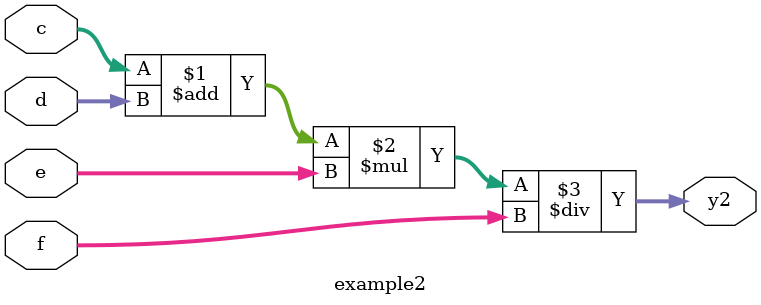
<source format=v>

module example2(c, d, e, f, y2);

input [7:0] c, d, e, f;
output [7:0] y2;

assign y2 = (c + d) * e / f;

endmodule


</source>
